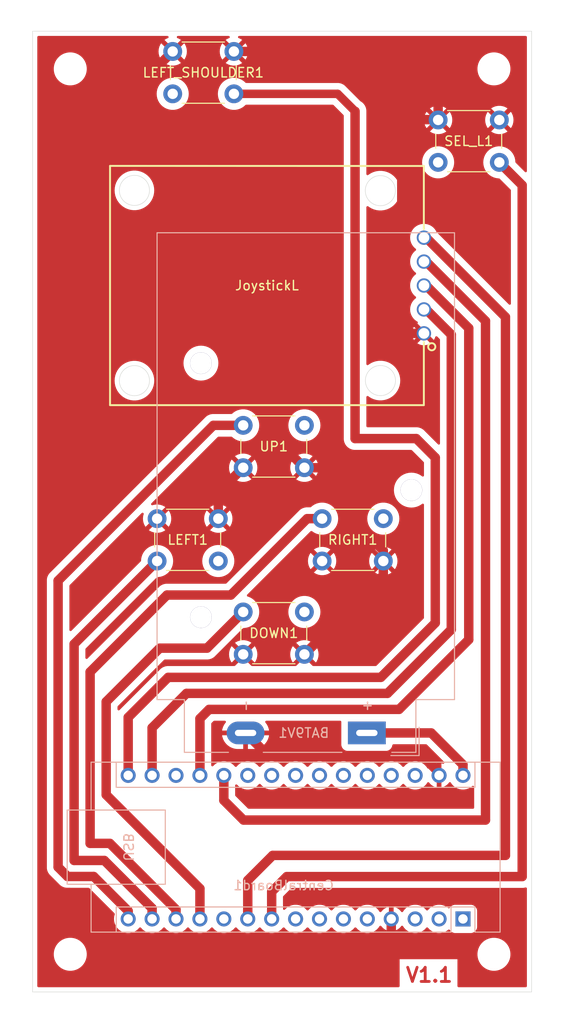
<source format=kicad_pcb>
(kicad_pcb (version 20240108) (generator "pcbnew") (generator_version "8.0")
  (title_block (title "Left Bluetooth Controller PCB") (date "2024-05-02") (rev "V1.1") (company "Instituto Superior Técnico") (comment 4 "Author: João Duarte"))
  (layers (0 "F.Cu" signal) (31 "B.Cu" signal) (34 "B.Paste" user) (35 "F.Paste" user) (36 "B.SilkS" user "B.Silkscreen") (37 "F.SilkS" user "F.Silkscreen") (38 "B.Mask" user) (39 "F.Mask" user) (44 "Edge.Cuts" user))
  (net 0 "")
  (net 1 "+9V")
  (net 2 "GND")
  (net 5 "/LEFT_SHOULDER")
  (net 6 "/UP")
  (net 9 "/Analog_X_L")
  (net 10 "/Analog_Y_L")
  (net 12 "/LEFT")
  (net 13 "/DOWN")
  (net 15 "/RIGHT")
  (net 16 "/SEL_JOY_L")
  (net 27 "+3.3V")
  (net 28 "/SEL_L")
  (footprint "MountingHole:MountingHole_3mm" (layer "F.Cu") (at 121 51)
    (property "Reference" "H1" (at 0 0 0) (layer "F.SilkS"))
    (property "Value" "MountingHole")
    (pad "" np_thru_hole circle (at 0 0) (size 3 3) (drill 3) (layers "F&B.Cu" "*.Mask"))
  )
  (footprint "Controller:Joystick" (layer "F.Cu") (at 141.8945 74 180)
    (property "Reference" "JoystickL1")
    (property "Value" "JoystickL" (at 0 0 0) (layer "F.SilkS"))
    (fp_line (start 16.67 12.7) (end -16.66 12.69) (stroke (width 0.2032)) (layer "F.SilkS"))
    (fp_line (start 16.67 -12.7) (end 16.67 12.7) (stroke (width 0.2032)) (layer "F.SilkS"))
    (fp_line (start -16.66 12.69) (end -16.66 5.99) (stroke (width 0.2032)) (layer "F.SilkS"))
    (fp_line (start -16.6624 -12.7) (end 16.67 -12.7) (stroke (width 0.2032)) (layer "F.SilkS"))
    (fp_line (start -16.6624 -12.7) (end -16.66 -6) (stroke (width 0.2032)) (layer "F.SilkS"))
    (fp_circle (center -17.5 -6.5) (end -17.119 -6.5) (stroke (width 0.2032)) (fill none) (layer "F.SilkS"))
    (fp_circle (center 14.08 10.1) (end 14.08 11.7) (stroke (width 0.05)) (fill none) (layer "Edge.Cuts"))
    (fp_circle (center 14.08 -10.1) (end 15.68 -10.1) (stroke (width 0.05)) (fill none) (layer "Edge.Cuts"))
    (fp_circle (center -12.04 10.07) (end -10.44 10.07) (stroke (width 0.05)) (fill none) (layer "Edge.Cuts"))
    (fp_circle (center -12.05 -10.09065) (end -10.45 -10.09065) (stroke (width 0.05)) (fill none) (layer "Edge.Cuts"))
    (pad "1" thru_hole circle (at -16.66875 -5.08 180) (size 1.524 1.524) (drill 1.143) (layers "*.Cu" "*.Mask") (net 2 "GND"))
    (pad "2" thru_hole circle (at -16.66875 -2.54 180) (size 1.524 1.524) (drill 1.143) (layers "*.Cu" "*.Mask") (net 27 "+3.3V"))
    (pad "3" thru_hole circle (at -16.66875 0 180) (size 1.524 1.524) (drill 1.143) (layers "*.Cu" "*.Mask") (net 9 "/Analog_X_L"))
    (pad "4" thru_hole circle (at -16.66875 2.54 180) (size 1.524 1.524) (drill 1.143) (layers "*.Cu" "*.Mask") (net 10 "/Analog_Y_L"))
    (pad "5" thru_hole circle (at -16.66875 5.08 180) (size 1.524 1.524) (drill 1.143) (layers "*.Cu" "*.Mask") (net 16 "/SEL_JOY_L"))
  )
  (footprint "Button_Switch_THT:SW_PUSH_6mm" (layer "F.Cu") (at 166.572 60.924 180)
    (property "Reference" "SEL_L1" (at 3.25 2.25 180) (layer "F.SilkS"))
    (property "Value" "SW_Push")
    (fp_line (start 6.75 3) (end 6.75 1.5) (stroke (width 0.12)) (layer "F.SilkS"))
    (fp_line (start 5.5 -1) (end 1 -1) (stroke (width 0.12)) (layer "F.SilkS"))
    (fp_line (start 1 5.5) (end 5.5 5.5) (stroke (width 0.12)) (layer "F.SilkS"))
    (fp_line (start -0.25 1.5) (end -0.25 3) (stroke (width 0.12)) (layer "F.SilkS"))
    (pad "1" thru_hole circle (at 0 0 270) (size 2 2) (drill 1.1) (layers "*.Cu" "*.Mask") (net 28 "/SEL_L"))
    (pad "1" thru_hole circle (at 6.5 0 270) (size 2 2) (drill 1.1) (layers "*.Cu" "*.Mask") (net 28 "/SEL_L"))
    (pad "2" thru_hole circle (at 0 4.5 270) (size 2 2) (drill 1.1) (layers "*.Cu" "*.Mask") (net 2 "GND"))
    (pad "2" thru_hole circle (at 6.5 4.5 270) (size 2 2) (drill 1.1) (layers "*.Cu" "*.Mask") (net 2 "GND"))
  )
  (footprint "Button_Switch_THT:SW_PUSH_6mm" (layer "F.Cu") (at 139.368 108.656)
    (property "Reference" "DOWN1" (at 3.25 2.25 0) (layer "F.SilkS"))
    (property "Value" "SW_Push")
    (fp_line (start -0.25 1.5) (end -0.25 3) (stroke (width 0.12)) (layer "F.SilkS"))
    (fp_line (start 1 5.5) (end 5.5 5.5) (stroke (width 0.12)) (layer "F.SilkS"))
    (fp_line (start 5.5 -1) (end 1 -1) (stroke (width 0.12)) (layer "F.SilkS"))
    (fp_line (start 6.75 3) (end 6.75 1.5) (stroke (width 0.12)) (layer "F.SilkS"))
    (pad "1" thru_hole circle (at 0 0 90) (size 2 2) (drill 1.1) (layers "*.Cu" "*.Mask") (net 13 "/DOWN"))
    (pad "1" thru_hole circle (at 6.5 0 90) (size 2 2) (drill 1.1) (layers "*.Cu" "*.Mask") (net 13 "/DOWN"))
    (pad "2" thru_hole circle (at 0 4.5 90) (size 2 2) (drill 1.1) (layers "*.Cu" "*.Mask") (net 2 "GND"))
    (pad "2" thru_hole circle (at 6.5 4.5 90) (size 2 2) (drill 1.1) (layers "*.Cu" "*.Mask") (net 2 "GND"))
  )
  (footprint "Button_Switch_THT:SW_PUSH_6mm" (layer "F.Cu") (at 130.224 98.75)
    (property "Reference" "LEFT1" (at 3.25 2.25 0) (layer "F.SilkS"))
    (property "Value" "SW_Push")
    (fp_line (start -0.25 1.5) (end -0.25 3) (stroke (width 0.12)) (layer "F.SilkS"))
    (fp_line (start 1 5.5) (end 5.5 5.5) (stroke (width 0.12)) (layer "F.SilkS"))
    (fp_line (start 5.5 -1) (end 1 -1) (stroke (width 0.12)) (layer "F.SilkS"))
    (fp_line (start 6.75 3) (end 6.75 1.5) (stroke (width 0.12)) (layer "F.SilkS"))
    (pad "1" thru_hole circle (at 0 0 90) (size 2 2) (drill 1.1) (layers "*.Cu" "*.Mask") (net 2 "GND"))
    (pad "1" thru_hole circle (at 6.5 0 90) (size 2 2) (drill 1.1) (layers "*.Cu" "*.Mask") (net 2 "GND"))
    (pad "2" thru_hole circle (at 0 4.5 90) (size 2 2) (drill 1.1) (layers "*.Cu" "*.Mask") (net 12 "/LEFT"))
    (pad "2" thru_hole circle (at 6.5 4.5 90) (size 2 2) (drill 1.1) (layers "*.Cu" "*.Mask") (net 12 "/LEFT"))
  )
  (footprint "Button_Switch_THT:SW_PUSH_6mm" (layer "F.Cu") (at 138.3808 53.649932 180)
    (property "Reference" "LEFT_SHOULDER1" (at 3.25 2.25 180) (layer "F.SilkS"))
    (property "Value" "SW_Push")
    (fp_line (start 6.75 3) (end 6.75 1.5) (stroke (width 0.12)) (layer "F.SilkS"))
    (fp_line (start 5.5 -1) (end 1 -1) (stroke (width 0.12)) (layer "F.SilkS"))
    (fp_line (start 1 5.5) (end 5.5 5.5) (stroke (width 0.12)) (layer "F.SilkS"))
    (fp_line (start -0.25 1.5) (end -0.25 3) (stroke (width 0.12)) (layer "F.SilkS"))
    (pad "1" thru_hole circle (at 0 0 270) (size 2 2) (drill 1.1) (layers "*.Cu" "*.Mask") (net 5 "/LEFT_SHOULDER"))
    (pad "1" thru_hole circle (at 6.5 0 270) (size 2 2) (drill 1.1) (layers "*.Cu" "*.Mask") (net 5 "/LEFT_SHOULDER"))
    (pad "2" thru_hole circle (at 0 4.5 270) (size 2 2) (drill 1.1) (layers "*.Cu" "*.Mask") (net 2 "GND"))
    (pad "2" thru_hole circle (at 6.5 4.5 270) (size 2 2) (drill 1.1) (layers "*.Cu" "*.Mask") (net 2 "GND"))
  )
  (footprint "Button_Switch_THT:SW_PUSH_6mm" (layer "F.Cu") (at 147.75 98.75)
    (property "Reference" "RIGHT1" (at 3.25 2.25 0) (layer "F.SilkS"))
    (property "Value" "SW_Push")
    (fp_line (start -0.25 1.5) (end -0.25 3) (stroke (width 0.12)) (layer "F.SilkS"))
    (fp_line (start 1 5.5) (end 5.5 5.5) (stroke (width 0.12)) (layer "F.SilkS"))
    (fp_line (start 5.5 -1) (end 1 -1) (stroke (width 0.12)) (layer "F.SilkS"))
    (fp_line (start 6.75 3) (end 6.75 1.5) (stroke (width 0.12)) (layer "F.SilkS"))
    (pad "1" thru_hole circle (at 0 0 90) (size 2 2) (drill 1.1) (layers "*.Cu" "*.Mask") (net 15 "/RIGHT"))
    (pad "1" thru_hole circle (at 6.5 0 90) (size 2 2) (drill 1.1) (layers "*.Cu" "*.Mask") (net 15 "/RIGHT"))
    (pad "2" thru_hole circle (at 0 4.5 90) (size 2 2) (drill 1.1) (layers "*.Cu" "*.Mask") (net 2 "GND"))
    (pad "2" thru_hole circle (at 6.5 4.5 90) (size 2 2) (drill 1.1) (layers "*.Cu" "*.Mask") (net 2 "GND"))
  )
  (footprint "MountingHole:MountingHole_3mm" (layer "F.Cu") (at 166 51)
    (property "Reference" "H2" (at 0 0 0) (layer "F.SilkS"))
    (property "Value" "MountingHole")
    (pad "" np_thru_hole circle (at 0 0) (size 3 3) (drill 3) (layers "*.Cu" "*.Mask"))
  )
  (footprint "Button_Switch_THT:SW_PUSH_6mm" (layer "F.Cu") (at 139.368 88.844)
    (property "Reference" "UP1" (at 3.25 2.25 0) (layer "F.SilkS"))
    (property "Value" "SW_Push")
    (fp_line (start -0.25 1.5) (end -0.25 3) (stroke (width 0.12)) (layer "F.SilkS"))
    (fp_line (start 1 5.5) (end 5.5 5.5) (stroke (width 0.12)) (layer "F.SilkS"))
    (fp_line (start 5.5 -1) (end 1 -1) (stroke (width 0.12)) (layer "F.SilkS"))
    (fp_line (start 6.75 3) (end 6.75 1.5) (stroke (width 0.12)) (layer "F.SilkS"))
    (pad "1" thru_hole circle (at 0 0 90) (size 2 2) (drill 1.1) (layers "*.Cu" "*.Mask") (net 6 "/UP"))
    (pad "1" thru_hole circle (at 6.5 0 90) (size 2 2) (drill 1.1) (layers "*.Cu" "*.Mask") (net 6 "/UP"))
    (pad "2" thru_hole circle (at 0 4.5 90) (size 2 2) (drill 1.1) (layers "*.Cu" "*.Mask") (net 2 "GND"))
    (pad "2" thru_hole circle (at 6.5 4.5 90) (size 2 2) (drill 1.1) (layers "*.Cu" "*.Mask") (net 2 "GND"))
  )
  (footprint "MountingHole:MountingHole_3mm" (layer "F.Cu") (at 166 145)
    (property "Reference" "H3" (at 0 0 0) (layer "F.SilkS"))
    (property "Value" "MountingHole")
    (pad "" np_thru_hole circle (at 0 0) (size 3 3) (drill 3) (layers "*.Cu" "*.Mask"))
  )
  (footprint "MountingHole:MountingHole_3mm" (layer "F.Cu") (at 121 145)
    (property "Reference" "H4" (at 0 0 0) (layer "F.SilkS"))
    (property "Value" "MountingHole")
    (pad "" np_thru_hole circle (at 0 0) (size 3 3) (drill 3) (layers "*.Cu" "*.Mask"))
  )
  (footprint "Module:Arduino_Nano" (layer "B.Cu") (at 162.7124 141.245532 90)
    (property "Reference" "CentralBoard1" (at 3.556 -19.05 0) (layer "B.SilkS") (effects (justify mirror)))
    (property "Value" "Arduino_Nano_v3.x")
    (fp_line (start 11.56 -42.04) (end 11.56 -31.62) (stroke (width 0.12)) (layer "B.SilkS"))
    (fp_line (start 3.68 -42.04) (end 11.56 -42.04) (stroke (width 0.12)) (layer "B.SilkS"))
    (fp_line (start 11.56 -39.5) (end 16.64 -39.5) (stroke (width 0.12)) (layer "B.SilkS"))
    (fp_line (start 3.68 -39.5) (end -1.4 -39.5) (stroke (width 0.12)) (layer "B.SilkS"))
    (fp_line (start -1.4 -39.5) (end -1.4 -1.27) (stroke (width 0.12)) (layer "B.SilkS"))
    (fp_line (start 16.64 -36.83) (end 13.97 -36.83) (stroke (width 0.12)) (layer "B.SilkS"))
    (fp_line (start 13.97 -36.83) (end 13.97 1.27) (stroke (width 0.12)) (layer "B.SilkS"))
    (fp_line (start 1.27 -36.83) (end 1.27 -1.27) (stroke (width 0.12)) (layer "B.SilkS"))
    (fp_line (start -1.4 -36.83) (end 1.27 -36.83) (stroke (width 0.12)) (layer "B.SilkS"))
    (fp_line (start 11.56 -31.62) (end 3.68 -31.62) (stroke (width 0.12)) (layer "B.SilkS"))
    (fp_line (start 3.68 -31.62) (end 3.68 -42.04) (stroke (width 0.12)) (layer "B.SilkS"))
    (fp_line (start -1.4 -1.27) (end 1.27 -1.27) (stroke (width 0.12)) (layer "B.SilkS"))
    (fp_line (start 16.64 1.27) (end 13.97 1.27) (stroke (width 0.12)) (layer "B.SilkS"))
    (fp_line (start 1.27 1.27) (end 1.27 -1.27) (stroke (width 0.12)) (layer "B.SilkS"))
    (fp_line (start -1.4 1.27) (end 1.27 1.27) (stroke (width 0.12)) (layer "B.SilkS"))
    (fp_line (start -1.4 1.27) (end -1.4 3.94) (stroke (width 0.12)) (layer "B.SilkS"))
    (fp_line (start 16.64 3.94) (end 16.64 -39.5) (stroke (width 0.12)) (layer "B.SilkS"))
    (fp_line (start -1.4 3.94) (end 16.64 3.94) (stroke (width 0.12)) (layer "B.SilkS"))
    (fp_text user "USB" (at 7.62 -35.56 -90) (layer "B.SilkS") (effects (justify mirror)))
    (pad "1" thru_hole rect (at 0 0 90) (size 1.6 1.6) (drill 1) (layers "*.Cu" "*.Mask"))
    (pad "2" thru_hole oval (at 0 -2.54 90) (size 1.6 1.6) (drill 1) (layers "*.Cu" "*.Mask"))
    (pad "3" thru_hole oval (at 0 -5.08 90) (size 1.6 1.6) (drill 1) (layers "*.Cu" "*.Mask"))
    (pad "4" thru_hole oval (at 0 -7.62 90) (size 1.6 1.6) (drill 1) (layers "*.Cu" "*.Mask") (net 2 "GND"))
    (pad "5" thru_hole oval (at 0 -10.16 90) (size 1.6 1.6) (drill 1) (layers "*.Cu" "*.Mask"))
    (pad "6" thru_hole oval (at 0 -12.7 90) (size 1.6 1.6) (drill 1) (layers "*.Cu" "*.Mask"))
    (pad "7" thru_hole oval (at 0 -15.24 90) (size 1.6 1.6) (drill 1) (layers "*.Cu" "*.Mask"))
    (pad "8" thru_hole oval (at 0 -17.78 90) (size 1.6 1.6) (drill 1) (layers "*.Cu" "*.Mask"))
    (pad "9" thru_hole oval (at 0 -20.32 90) (size 1.6 1.6) (drill 1) (layers "*.Cu" "*.Mask") (net 28 "/SEL_L"))
    (pad "10" thru_hole oval (at 0 -22.86 90) (size 1.6 1.6) (drill 1) (layers "*.Cu" "*.Mask") (net 16 "/SEL_JOY_L"))
    (pad "11" thru_hole oval (at 0 -25.4 90) (size 1.6 1.6) (drill 1) (layers "*.Cu" "*.Mask"))
    (pad "12" thru_hole oval (at 0 -27.94 90) (size 1.6 1.6) (drill 1) (layers "*.Cu" "*.Mask") (net 13 "/DOWN"))
    (pad "13" thru_hole oval (at 0 -30.48 90) (size 1.6 1.6) (drill 1) (layers "*.Cu" "*.Mask") (net 15 "/RIGHT"))
    (pad "14" thru_hole oval (at 0 -33.02 90) (size 1.6 1.6) (drill 1) (layers "*.Cu" "*.Mask") (net 12 "/LEFT"))
    (pad "15" thru_hole oval (at 0 -35.56 90) (size 1.6 1.6) (drill 1) (layers "*.Cu" "*.Mask") (net 6 "/UP"))
    (pad "16" thru_hole oval (at 15.24 -35.56 90) (size 1.6 1.6) (drill 1) (layers "*.Cu" "*.Mask") (net 5 "/LEFT_SHOULDER"))
    (pad "17" thru_hole oval (at 15.24 -33.02 90) (size 1.6 1.6) (drill 1) (layers "*.Cu" "*.Mask") (net 27 "+3.3V"))
    (pad "18" thru_hole oval (at 15.24 -30.48 90) (size 1.6 1.6) (drill 1) (layers "*.Cu" "*.Mask"))
    (pad "19" thru_hole oval (at 15.24 -27.94 90) (size 1.6 1.6) (drill 1) (layers "*.Cu" "*.Mask") (net 9 "/Analog_X_L"))
    (pad "20" thru_hole oval (at 15.24 -25.4 90) (size 1.6 1.6) (drill 1) (layers "*.Cu" "*.Mask") (net 10 "/Analog_Y_L"))
    (pad "21" thru_hole oval (at 15.24 -22.86 90) (size 1.6 1.6) (drill 1) (layers "*.Cu" "*.Mask"))
    (pad "22" thru_hole oval (at 15.24 -20.32 90) (size 1.6 1.6) (drill 1) (layers "*.Cu" "*.Mask"))
    (pad "23" thru_hole oval (at 15.24 -17.78 90) (size 1.6 1.6) (drill 1) (layers "*.Cu" "*.Mask"))
    (pad "24" thru_hole oval (at 15.24 -15.24 90) (size 1.6 1.6) (drill 1) (layers "*.Cu" "*.Mask"))
    (pad "25" thru_hole oval (at 15.24 -12.7 90) (size 1.6 1.6) (drill 1) (layers "*.Cu" "*.Mask"))
    (pad "26" thru_hole oval (at 15.24 -10.16 90) (size 1.6 1.6) (drill 1) (layers "*.Cu" "*.Mask"))
    (pad "27" thru_hole oval (at 15.24 -7.62 90) (size 1.6 1.6) (drill 1) (layers "*.Cu" "*.Mask"))
    (pad "28" thru_hole oval (at 15.24 -5.08 90) (size 1.6 1.6) (drill 1) (layers "*.Cu" "*.Mask"))
    (pad "29" thru_hole oval (at 15.24 -2.54 90) (size 1.6 1.6) (drill 1) (layers "*.Cu" "*.Mask") (net 2 "GND"))
    (pad "30" thru_hole oval (at 15.24 0 90) (size 1.6 1.6) (drill 1) (layers "*.Cu" "*.Mask") (net 1 "+9V"))
  )
  (footprint "Battery:BatteryHolder_MPD_BA9VPC_1xPP3" (layer "B.Cu") (at 152.5 121.5 90)
    (property "Reference" "BAT9V1" (at 0 -6.7 0) (layer "B.SilkS") (effects (justify mirror)))
    (property "Value" "Battery_Cell")
    (fp_line (start 3.54 -22.28) (end 53.1 -22.28) (stroke (width 0.12)) (layer "B.SilkS"))
    (fp_line (start 3.54 -19.38) (end 3.54 -22.28) (stroke (width 0.12)) (layer "B.SilkS"))
    (fp_line (start -2.06 -19.38) (end 3.54 -19.38) (stroke (width 0.12)) (layer "B.SilkS"))
    (fp_line (start -2.06 -14.7) (end -2.06 -19.38) (stroke (width 0.12)) (layer "B.SilkS"))
    (fp_line (start -2.06 -11) (end -2.06 -2.65) (stroke (width 0.12)) (layer "B.SilkS"))
    (fp_line (start -2.4 2.55) (end -2.4 5.55) (stroke (width 0.12)) (layer "B.SilkS"))
    (fp_line (start -2.06 2.65) (end -2.06 5.21) (stroke (width 0.12)) (layer "B.SilkS"))
    (fp_line (start 3.54 5.21) (end 3.54 9.31) (stroke (width 0.12)) (layer "B.SilkS"))
    (fp_line (start -2.06 5.21) (end 3.54 5.21) (stroke (width 0.12)) (layer "B.SilkS"))
    (fp_line (start 0.6 5.55) (end -2.4 5.55) (stroke (width 0.12)) (layer "B.SilkS"))
    (fp_line (start 53.1 9.31) (end 53.1 -22.28) (stroke (width 0.12)) (layer "B.SilkS"))
    (fp_line (start 3.54 9.31) (end 53.1 9.31) (stroke (width 0.12)) (layer "B.SilkS"))
    (fp_text user "-" (at 3.6 -12.88 -90) (layer "B.SilkS") (effects (justify left mirror)))
    (fp_text user "+" (at 3.6 0 -90) (layer "B.SilkS") (effects (justify left mirror)))
    (pad "" np_thru_hole circle (at 12.29 -17.62 90) (size 2.3 2.3) (drill 2.29) (layers "*.Cu" "*.Mask"))
    (pad "" np_thru_hole circle (at 25.78 4.73 90) (size 2.3 2.3) (drill 2.29) (layers "*.Cu" "*.Mask"))
    (pad "" np_thru_hole circle (at 39.26 -17.62 90) (size 2.3 2.3) (drill 2.29) (layers "*.Cu" "*.Mask"))
    (pad "1" thru_hole rect (at 0 0 90) (size 2.41 4.02) (drill oval 0.66 2.27) (layers "*.Cu" "*.Mask") (net 1 "+9V"))
    (pad "2" thru_hole oval (at 0 -12.88 90) (size 2.41 4.02) (drill oval 0.66 2.27) (layers "*.Cu" "*.Mask") (net 2 "GND"))
  )
  (gr_rect (start 117 47) (end 170 149) (stroke (width 0.05)) (fill none) (layer "Edge.Cuts"))
  (gr_text "V1.1" (at 156.5 148.082 0) (layer "F.Cu") (effects (font (size 1.5 1.5) (thickness 0.3) (bold yes)) (justify left bottom)))
  (segment (start 159.338238 121.5) (end 162.7124 124.874162) (width 1) (layer "F.Cu") (net 1))
  (segment (start 152.5 121.5) (end 159.338238 121.5) (width 1) (layer "F.Cu") (net 1))
  (segment (start 162.7124 124.874162) (end 162.7124 126.005532) (width 1) (layer "F.Cu") (net 1))
  (segment (start 118.0084 137.2584) (end 118.0084 103.9876) (width 1) (layer "F.Cu") (net 2))
  (segment (start 152.492428 146.5) (end 129 146.5) (width 1) (layer "F.Cu") (net 2))
  (segment (start 151 95.25) (end 149.094 93.344) (width 1) (layer "F.Cu") (net 2))
  (segment (start 145.868 93.344) (end 142.75 90.226) (width 1) (layer "F.Cu") (net 2))
  (segment (start 118.0084 103.9876) (end 122.1768 99.8192) (width 1) (layer "F.Cu") (net 2))
  (segment (start 142.025 123.905) (end 158.360296 123.905) (width 1) (layer "F.Cu") (net 2))
  (segment (start 136.724 95.988) (end 139.368 93.344) (width 1) (layer "F.Cu") (net 2))
  (segment (start 160.1724 125.717104) (end 160.1724 126.005532) (width 1) (layer "F.Cu") (net 2))
  (segment (start 142.75 84) (end 134.5 75.75) (width 1) (layer "F.Cu") (net 2))
  (segment (start 160.036 56.388) (end 160.072 56.424) (width 1) (layer "F.Cu") (net 2))
  (segment (start 129 146.5) (end 120.939172 138.439172) (width 1) (layer "F.Cu") (net 2))
  (segment (start 122.1768 72.75) (end 122.1768 58.853932) (width 1) (layer "F.Cu") (net 2))
  (segment (start 155.0924 143.900028) (end 152.492428 146.5) (width 1) (layer "F.Cu") (net 2))
  (segment (start 151 98.88873) (end 151 95.25) (width 1) (layer "F.Cu") (net 2))
  (segment (start 154.25 103.25) (end 154.25 102.13873) (width 1) (layer "F.Cu") (net 2))
  (segment (start 155.0924 141.245532) (end 155.0924 143.900028) (width 1) (layer "F.Cu") (net 2))
  (segment (start 157.099932 49.149932) (end 138.3808 49.149932) (width 1) (layer "F.Cu") (net 2))
  (segment (start 145.868 113.156) (end 154.25 104.774) (width 1) (layer "F.Cu") (net 2))
  (segment (start 158.360296 123.905) (end 160.1724 125.717104) (width 1) (layer "F.Cu") (net 2))
  (segment (start 122.1768 99.8192) (end 122.1768 75.75) (width 1) (layer "F.Cu") (net 2))
  (segment (start 156.718 56.388) (end 160.036 56.388) (width 1) (layer "F.Cu") (net 2))
  (segment (start 134.5 75.75) (end 122.1768 75.75) (width 1) (layer "F.Cu") (net 2))
  (segment (start 119.189172 138.439172) (end 118.0084 137.2584) (width 1) (layer "F.Cu") (net 2))
  (segment (start 139.62 121.5) (end 142.025 123.905) (width 1) (layer "F.Cu") (net 2))
  (segment (start 136.724 98.75) (end 136.724 95.988) (width 1) (layer "F.Cu") (net 2))
  (segment (start 160.072 52.122) (end 157.099932 49.149932) (width 1) (layer "F.Cu") (net 2))
  (segment (start 149.094 93.344) (end 145.868 93.344) (width 1) (layer "F.Cu") (net 2))
  (segment (start 122.1768 58.853932) (end 131.8808 49.149932) (width 1) (layer "F.Cu") (net 2))
  (segment (start 122.1768 75.75) (end 122.1768 72.75) (width 1) (layer "F.Cu") (net 2))
  (segment (start 158.56325 79.08) (end 157.08 79.08) (width 1) (layer "F.Cu") (net 2))
  (segment (start 156.21 56.896) (end 156.718 56.388) (width 1) (layer "F.Cu") (net 2))
  (segment (start 160.072 56.424) (end 160.072 52.122) (width 1) (layer "F.Cu") (net 2))
  (segment (start 157.08 79.08) (end 156.21 78.21) (width 1) (layer "F.Cu") (net 2))
  (segment (start 154.25 104.774) (end 154.25 103.25) (width 1) (layer "F.Cu") (net 2))
  (segment (start 156.21 78.21) (end 156.21 56.896) (width 1) (layer "F.Cu") (net 2))
  (segment (start 142.75 90.226) (end 142.75 84) (width 1) (layer "F.Cu") (net 2))
  (segment (start 154.25 102.13873) (end 151 98.88873) (width 1) (layer "F.Cu") (net 2))
  (segment (start 120.939172 138.439172) (end 119.189172 138.439172) (width 1) (layer "F.Cu") (net 2))
  (segment (start 127.1524 119.848005) (end 127.1524 126.005532) (width 1) (layer "F.Cu") (net 5))
  (segment (start 138.3808 53.649932) (end 149.399932 53.649932) (width 0.9) (layer "F.Cu") (net 5))
  (segment (start 157.75 90.25) (end 159.7688 92.2688) (width 1) (layer "F.Cu") (net 5))
  (segment (start 131.400405 115.6) (end 127.1524 119.848005) (width 1) (layer "F.Cu") (net 5))
  (segment (start 149.399932 53.649932) (end 151.25 55.5) (width 0.9) (layer "F.Cu") (net 5))
  (segment (start 151.25 55.5) (end 151.25 90.25) (width 1) (layer "F.Cu") (net 5))
  (segment (start 151.25 90.25) (end 157.75 90.25) (width 1) (layer "F.Cu") (net 5))
  (segment (start 159.7688 92.2688) (end 159.7688 109.819932) (width 1) (layer "F.Cu") (net 5))
  (segment (start 159.7688 109.819932) (end 153.988732 115.6) (width 1) (layer "F.Cu") (net 5))
  (segment (start 153.988732 115.6) (end 131.400405 115.6) (width 1) (layer "F.Cu") (net 5))
  (segment (start 127.1524 140.4024) (end 123.489172 136.739172) (width 1) (layer "F.Cu") (net 6))
  (segment (start 127.1524 141.245532) (end 127.1524 140.4024) (width 1) (layer "F.Cu") (net 6))
  (segment (start 123.489172 136.739172) (end 120.704237 136.739172) (width 1) (layer "F.Cu") (net 6))
  (segment (start 119.7084 105.3356) (end 136.2 88.844) (width 1) (layer "F.Cu") (net 6))
  (segment (start 119.7084 135.743335) (end 119.7084 105.3356) (width 1) (layer "F.Cu") (net 6))
  (segment (start 120.704237 136.739172) (end 119.7084 135.743335) (width 1) (layer "F.Cu") (net 6))
  (segment (start 136.2 88.844) (end 139.368 88.844) (width 1) (layer "F.Cu") (net 6))
  (segment (start 158.797938 74) (end 163.3248 78.526862) (width 1) (layer "F.Cu") (net 9))
  (segment (start 163.3248 78.526862) (end 163.3248 111.597932) (width 1) (layer "F.Cu") (net 9))
  (segment (start 163.3248 111.597932) (end 155.922732 119) (width 1) (layer "F.Cu") (net 9))
  (segment (start 158.56325 74) (end 158.797938 74) (width 1) (layer "F.Cu") (net 9))
  (segment (start 135.75 119) (end 134.7724 119.9776) (width 1) (layer "F.Cu") (net 9))
  (segment (start 134.7724 119.9776) (end 134.7724 126.005532) (width 1) (layer "F.Cu") (net 9))
  (segment (start 155.922732 119) (end 135.75 119) (width 1) (layer "F.Cu") (net 9))
  (segment (start 139.402372 130.75) (end 137.3124 128.660028) (width 1) (layer "F.Cu") (net 10))
  (segment (start 158.56325 71.46) (end 158.797938 71.46) (width 1) (layer "F.Cu") (net 10))
  (segment (start 165.1028 130.75) (end 139.402372 130.75) (width 1) (layer "F.Cu") (net 10))
  (segment (start 158.797938 71.46) (end 165.1028 77.764862) (width 1) (layer "F.Cu") (net 10))
  (segment (start 137.3124 128.660028) (end 137.3124 126.005532) (width 1) (layer "F.Cu") (net 10))
  (segment (start 165.1028 77.764862) (end 165.1028 130.75) (width 1) (layer "F.Cu") (net 10))
  (segment (start 124.61741 135.039172) (end 121.4084 135.039172) (width 1) (layer "F.Cu") (net 12))
  (segment (start 129.6924 140.114162) (end 124.61741 135.039172) (width 1) (layer "F.Cu") (net 12))
  (segment (start 121.4084 112.0656) (end 130.224 103.25) (width 1) (layer "F.Cu") (net 12))
  (segment (start 129.6924 141.245532) (end 129.6924 140.114162) (width 1) (layer "F.Cu") (net 12))
  (segment (start 121.4084 135.039172) (end 121.4084 112.0656) (width 1) (layer "F.Cu") (net 12))
  (segment (start 139.368 108.656) (end 135.524 112.5) (width 1) (layer "F.Cu") (net 13))
  (segment (start 124.8156 118.1844) (end 124.8156 128.0656) (width 1) (layer "F.Cu") (net 13))
  (segment (start 124.8156 128.0656) (end 134.7724 138.0224) (width 1) (layer "F.Cu") (net 13))
  (segment (start 134.7724 138.0224) (end 134.7724 141.245532) (width 1) (layer "F.Cu") (net 13))
  (segment (start 135.524 112.5) (end 130.5 112.5) (width 1) (layer "F.Cu") (net 13))
  (segment (start 130.5 112.5) (end 124.8156 118.1844) (width 1) (layer "F.Cu") (net 13))
  (segment (start 125.206891 133.224489) (end 132.2324 140.249998) (width 1) (layer "F.Cu") (net 15))
  (segment (start 146.16273 98.75) (end 147.75 98.75) (width 1) (layer "F.Cu") (net 15))
  (segment (start 123.1084 115.025437) (end 131.273837 106.86) (width 1) (layer "F.Cu") (net 15))
  (segment (start 123.1084 133.224489) (end 125.206891 133.224489) (width 1) (layer "F.Cu") (net 15))
  (segment (start 123.1084 133.224489) (end 123.1084 115.025437) (width 1) (layer "F.Cu") (net 15))
  (segment (start 132.2324 140.249998) (end 132.2324 141.245532) (width 1) (layer "F.Cu") (net 15))
  (segment (start 131.273837 106.86) (end 138.05273 106.86) (width 1) (layer "F.Cu") (net 15))
  (segment (start 138.05273 106.86) (end 146.16273 98.75) (width 1) (layer "F.Cu") (net 15))
  (segment (start 142.5 134.5) (end 139.8524 137.1476) (width 1) (layer "F.Cu") (net 16))
  (segment (start 139.8524 137.1476) (end 139.8524 141.245532) (width 1) (layer "F.Cu") (net 16))
  (segment (start 167.2228 77.344862) (end 167.2228 134.5) (width 1) (layer "F.Cu") (net 16))
  (segment (start 167.2228 134.5) (end 142.5 134.5) (width 1) (layer "F.Cu") (net 16))
  (segment (start 158.56325 68.92) (end 158.797938 68.92) (width 1) (layer "F.Cu") (net 16))
  (segment (start 158.797938 68.92) (end 167.2228 77.344862) (width 1) (layer "F.Cu") (net 16))
  (segment (start 129.6924 120.9548) (end 129.6924 126.005532) (width 1) (layer "F.Cu") (net 27))
  (segment (start 133.3472 117.3) (end 129.6924 120.9548) (width 1) (layer "F.Cu") (net 27))
  (segment (start 161.4688 79.210862) (end 161.4688 110.524096) (width 1) (layer "F.Cu") (net 27))
  (segment (start 158.797938 76.54) (end 161.4688 79.210862) (width 1) (layer "F.Cu") (net 27))
  (segment (start 158.56325 76.54) (end 158.797938 76.54) (width 1) (layer "F.Cu") (net 27))
  (segment (start 154.692896 117.3) (end 133.3472 117.3) (width 1) (layer "F.Cu") (net 27))
  (segment (start 161.4688 110.524096) (end 154.692896 117.3) (width 1) (layer "F.Cu") (net 27))
  (segment (start 169 63.352) (end 169 136.75) (width 1) (layer "F.Cu") (net 28))
  (segment (start 169 136.75) (end 144 136.75) (width 1) (layer "F.Cu") (net 28))
  (segment (start 144 136.75) (end 142.3924 138.3576) (width 1) (layer "F.Cu") (net 28))
  (segment (start 142.3924 138.3576) (end 142.3924 141.245532) (width 1) (layer "F.Cu") (net 28))
  (segment (start 166.572 60.924) (end 169 63.352) (width 1) (layer "F.Cu") (net 28))
  (zone (net 2) (net_name "GND") (layer "F.Cu") (connect_pads (clearance 0.5)) (min_thickness 0.25) (fill yes (thermal_gap 0.5) (thermal_bridge_width 0.5))
    (polygon (pts (xy 113.538 152.4) (xy 173.228 152.4) (xy 173.228 43.688) (xy 113.538 43.688)))
  )
)
</source>
